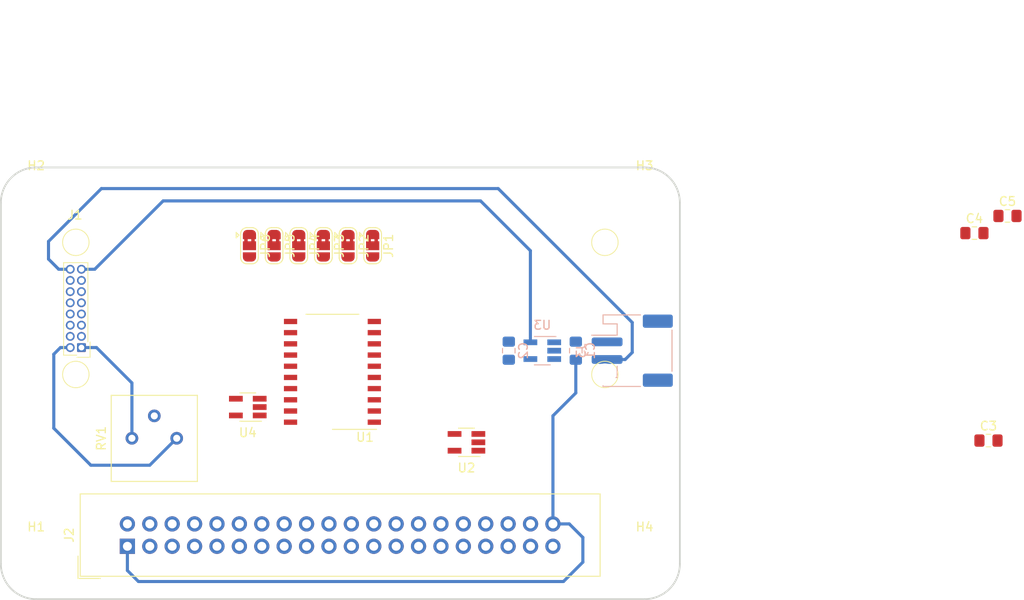
<source format=kicad_pcb>
(kicad_pcb (version 20171130) (host pcbnew 5.0.2-bee76a0~70~ubuntu18.04.1)

  (general
    (thickness 1.6)
    (drawings 10)
    (tracks 33)
    (zones 0)
    (modules 23)
    (nets 54)
  )

  (page A4)
  (layers
    (0 F.Cu signal)
    (31 B.Cu signal)
    (32 B.Adhes user)
    (33 F.Adhes user)
    (34 B.Paste user)
    (35 F.Paste user)
    (36 B.SilkS user)
    (37 F.SilkS user)
    (38 B.Mask user)
    (39 F.Mask user)
    (40 Dwgs.User user)
    (41 Cmts.User user)
    (42 Eco1.User user)
    (43 Eco2.User user)
    (44 Edge.Cuts user)
    (45 Margin user)
    (46 B.CrtYd user)
    (47 F.CrtYd user)
    (48 B.Fab user)
    (49 F.Fab user hide)
  )

  (setup
    (last_trace_width 0.35)
    (user_trace_width 0.35)
    (user_trace_width 0.5)
    (trace_clearance 0.2)
    (zone_clearance 0.508)
    (zone_45_only no)
    (trace_min 0.2)
    (segment_width 0.2)
    (edge_width 0.15)
    (via_size 0.8)
    (via_drill 0.4)
    (via_min_size 0.4)
    (via_min_drill 0.3)
    (user_via 1 0.5)
    (uvia_size 0.3)
    (uvia_drill 0.1)
    (uvias_allowed no)
    (uvia_min_size 0.2)
    (uvia_min_drill 0.1)
    (pcb_text_width 0.3)
    (pcb_text_size 1.5 1.5)
    (mod_edge_width 0.15)
    (mod_text_size 1 1)
    (mod_text_width 0.15)
    (pad_size 1.524 1.524)
    (pad_drill 0.762)
    (pad_to_mask_clearance 0.051)
    (solder_mask_min_width 0.25)
    (aux_axis_origin 0 0)
    (visible_elements FFFFF77F)
    (pcbplotparams
      (layerselection 0x010fc_ffffffff)
      (usegerberextensions false)
      (usegerberattributes false)
      (usegerberadvancedattributes false)
      (creategerberjobfile false)
      (excludeedgelayer true)
      (linewidth 0.100000)
      (plotframeref false)
      (viasonmask false)
      (mode 1)
      (useauxorigin false)
      (hpglpennumber 1)
      (hpglpenspeed 20)
      (hpglpendiameter 15.000000)
      (psnegative false)
      (psa4output false)
      (plotreference true)
      (plotvalue true)
      (plotinvisibletext false)
      (padsonsilk false)
      (subtractmaskfromsilk false)
      (outputformat 1)
      (mirror false)
      (drillshape 1)
      (scaleselection 1)
      (outputdirectory ""))
  )

  (net 0 "")
  (net 1 /~MEM_WE)
  (net 2 /~MEM_OE)
  (net 3 VCC)
  (net 4 "Net-(U3-Pad4)")
  (net 5 /V_IN)
  (net 6 GND)
  (net 7 /A6)
  (net 8 /A30)
  (net 9 /A31)
  (net 10 /B6)
  (net 11 /A5)
  (net 12 /B5)
  (net 13 /A4)
  (net 14 /B4)
  (net 15 /A3)
  (net 16 /B3)
  (net 17 /A2)
  (net 18 /B2)
  (net 19 /A1)
  (net 20 /B1)
  (net 21 /~LCD_E)
  (net 22 /A0)
  (net 23 /A7)
  (net 24 /A8)
  (net 25 /A9)
  (net 26 /A10)
  (net 27 /A11)
  (net 28 /A12)
  (net 29 /A13)
  (net 30 /A14)
  (net 31 /A15)
  (net 32 /A16)
  (net 33 /A17)
  (net 34 /A18)
  (net 35 /A19)
  (net 36 /A20)
  (net 37 /A21)
  (net 38 /A22)
  (net 39 /A23)
  (net 40 /~RESET)
  (net 41 /~WAIT)
  (net 42 /D0)
  (net 43 /D1)
  (net 44 /D2)
  (net 45 /D3)
  (net 46 /D4)
  (net 47 /D5)
  (net 48 /D6)
  (net 49 /D7)
  (net 50 "Net-(J1-Pad3)")
  (net 51 /~MEM_E)
  (net 52 /LCD_E)
  (net 53 "Net-(U4-Pad1)")

  (net_class Default "This is the default net class."
    (clearance 0.2)
    (trace_width 0.25)
    (via_dia 0.8)
    (via_drill 0.4)
    (uvia_dia 0.3)
    (uvia_drill 0.1)
    (add_net /A0)
    (add_net /A1)
    (add_net /A10)
    (add_net /A11)
    (add_net /A12)
    (add_net /A13)
    (add_net /A14)
    (add_net /A15)
    (add_net /A16)
    (add_net /A17)
    (add_net /A18)
    (add_net /A19)
    (add_net /A2)
    (add_net /A20)
    (add_net /A21)
    (add_net /A22)
    (add_net /A23)
    (add_net /A3)
    (add_net /A30)
    (add_net /A31)
    (add_net /A4)
    (add_net /A5)
    (add_net /A6)
    (add_net /A7)
    (add_net /A8)
    (add_net /A9)
    (add_net /B1)
    (add_net /B2)
    (add_net /B3)
    (add_net /B4)
    (add_net /B5)
    (add_net /B6)
    (add_net /D0)
    (add_net /D1)
    (add_net /D2)
    (add_net /D3)
    (add_net /D4)
    (add_net /D5)
    (add_net /D6)
    (add_net /D7)
    (add_net /LCD_E)
    (add_net /V_IN)
    (add_net /~LCD_E)
    (add_net /~MEM_E)
    (add_net /~MEM_OE)
    (add_net /~MEM_WE)
    (add_net /~RESET)
    (add_net /~WAIT)
    (add_net GND)
    (add_net "Net-(J1-Pad3)")
    (add_net "Net-(U3-Pad4)")
    (add_net "Net-(U4-Pad1)")
    (add_net VCC)
  )

  (module Package_TO_SOT_SMD:SOT-23-5_HandSoldering (layer F.Cu) (tedit 5A0AB76C) (tstamp 5F003455)
    (at 91 111.2 180)
    (descr "5-pin SOT23 package")
    (tags "SOT-23-5 hand-soldering")
    (path /5EFED4D5)
    (attr smd)
    (fp_text reference U4 (at 0 -2.9 180) (layer F.SilkS)
      (effects (font (size 1 1) (thickness 0.15)))
    )
    (fp_text value 74LVC1G04 (at 0 2.9 180) (layer F.Fab)
      (effects (font (size 1 1) (thickness 0.15)))
    )
    (fp_text user %R (at 0 0 270) (layer F.Fab)
      (effects (font (size 0.5 0.5) (thickness 0.075)))
    )
    (fp_line (start -0.9 1.61) (end 0.9 1.61) (layer F.SilkS) (width 0.12))
    (fp_line (start 0.9 -1.61) (end -1.55 -1.61) (layer F.SilkS) (width 0.12))
    (fp_line (start -0.9 -0.9) (end -0.25 -1.55) (layer F.Fab) (width 0.1))
    (fp_line (start 0.9 -1.55) (end -0.25 -1.55) (layer F.Fab) (width 0.1))
    (fp_line (start -0.9 -0.9) (end -0.9 1.55) (layer F.Fab) (width 0.1))
    (fp_line (start 0.9 1.55) (end -0.9 1.55) (layer F.Fab) (width 0.1))
    (fp_line (start 0.9 -1.55) (end 0.9 1.55) (layer F.Fab) (width 0.1))
    (fp_line (start -2.38 -1.8) (end 2.38 -1.8) (layer F.CrtYd) (width 0.05))
    (fp_line (start -2.38 -1.8) (end -2.38 1.8) (layer F.CrtYd) (width 0.05))
    (fp_line (start 2.38 1.8) (end 2.38 -1.8) (layer F.CrtYd) (width 0.05))
    (fp_line (start 2.38 1.8) (end -2.38 1.8) (layer F.CrtYd) (width 0.05))
    (pad 1 smd rect (at -1.35 -0.95 180) (size 1.56 0.65) (layers F.Cu F.Paste F.Mask)
      (net 53 "Net-(U4-Pad1)"))
    (pad 2 smd rect (at -1.35 0 180) (size 1.56 0.65) (layers F.Cu F.Paste F.Mask)
      (net 21 /~LCD_E))
    (pad 3 smd rect (at -1.35 0.95 180) (size 1.56 0.65) (layers F.Cu F.Paste F.Mask)
      (net 6 GND))
    (pad 4 smd rect (at 1.35 0.95 180) (size 1.56 0.65) (layers F.Cu F.Paste F.Mask)
      (net 52 /LCD_E))
    (pad 5 smd rect (at 1.35 -0.95 180) (size 1.56 0.65) (layers F.Cu F.Paste F.Mask)
      (net 3 VCC))
    (model ${KISYS3DMOD}/Package_TO_SOT_SMD.3dshapes/SOT-23-5.wrl
      (at (xyz 0 0 0))
      (scale (xyz 1 1 1))
      (rotate (xyz 0 0 0))
    )
  )

  (module Potentiometer_THT:Potentiometer_Bourns_3386P_Vertical (layer F.Cu) (tedit 5AA07388) (tstamp 5EFFA7F4)
    (at 82.94 114.74 90)
    (descr "Potentiometer, vertical, Bourns 3386P, https://www.bourns.com/pdfs/3386.pdf")
    (tags "Potentiometer vertical Bourns 3386P")
    (path /5EF97AB7)
    (fp_text reference RV1 (at -0.015 -8.555 90) (layer F.SilkS)
      (effects (font (size 1 1) (thickness 0.15)))
    )
    (fp_text value 10k (at -0.015 3.475 90) (layer F.Fab)
      (effects (font (size 1 1) (thickness 0.15)))
    )
    (fp_circle (center -0.891 -2.54) (end 0.684 -2.54) (layer F.Fab) (width 0.1))
    (fp_line (start -4.78 -7.305) (end -4.78 2.225) (layer F.Fab) (width 0.1))
    (fp_line (start -4.78 2.225) (end 4.75 2.225) (layer F.Fab) (width 0.1))
    (fp_line (start 4.75 2.225) (end 4.75 -7.305) (layer F.Fab) (width 0.1))
    (fp_line (start 4.75 -7.305) (end -4.78 -7.305) (layer F.Fab) (width 0.1))
    (fp_line (start -0.891 -0.98) (end -0.89 -4.099) (layer F.Fab) (width 0.1))
    (fp_line (start -0.891 -0.98) (end -0.89 -4.099) (layer F.Fab) (width 0.1))
    (fp_line (start -4.9 -7.425) (end 4.87 -7.425) (layer F.SilkS) (width 0.12))
    (fp_line (start -4.9 2.345) (end 4.87 2.345) (layer F.SilkS) (width 0.12))
    (fp_line (start -4.9 -7.425) (end -4.9 2.345) (layer F.SilkS) (width 0.12))
    (fp_line (start 4.87 -7.425) (end 4.87 2.345) (layer F.SilkS) (width 0.12))
    (fp_line (start -5.03 -7.56) (end -5.03 2.48) (layer F.CrtYd) (width 0.05))
    (fp_line (start -5.03 2.48) (end 5 2.48) (layer F.CrtYd) (width 0.05))
    (fp_line (start 5 2.48) (end 5 -7.56) (layer F.CrtYd) (width 0.05))
    (fp_line (start 5 -7.56) (end -5.03 -7.56) (layer F.CrtYd) (width 0.05))
    (fp_text user %R (at -3.78 -2.54 180) (layer F.Fab)
      (effects (font (size 1 1) (thickness 0.15)))
    )
    (pad 3 thru_hole circle (at 0 -5.08 90) (size 1.44 1.44) (drill 0.8) (layers *.Cu *.Mask)
      (net 6 GND))
    (pad 2 thru_hole circle (at 2.54 -2.54 90) (size 1.44 1.44) (drill 0.8) (layers *.Cu *.Mask)
      (net 50 "Net-(J1-Pad3)"))
    (pad 1 thru_hole circle (at 0 0 90) (size 1.44 1.44) (drill 0.8) (layers *.Cu *.Mask)
      (net 3 VCC))
    (model ${KISYS3DMOD}/Potentiometer_THT.3dshapes/Potentiometer_Bourns_3386P_Vertical.wrl
      (at (xyz 0 0 0))
      (scale (xyz 1 1 1))
      (rotate (xyz 0 0 0))
    )
    (model /home/olof/Documents/Projects/riscv-serial/hardware/Bournes-3386P.wrl
      (offset (xyz 0 5 0))
      (scale (xyz 0.393701 0.393701 0.393701))
      (rotate (xyz 0 0 -90))
    )
  )

  (module riscv-serial:SolderJumper-3_P1.3mm_Bridged2Bar12_RoundedPad1.0x1.5mm (layer F.Cu) (tedit 5B39197B) (tstamp 5EFE9008)
    (at 91.192 92.887 270)
    (descr "SMD Solder 3-pad Jumper, 1x1.5mm rounded Pads, 0.3mm gap, pads 1-2 Bridged2Bar with 2 copper strip")
    (tags "solder jumper open")
    (path /5EEF936D)
    (attr virtual)
    (fp_text reference JP6 (at 0 -1.8 270) (layer F.SilkS)
      (effects (font (size 1 1) (thickness 0.15)))
    )
    (fp_text value SolderJumper_3_Bridged12 (at 0 1.9 270) (layer F.Fab)
      (effects (font (size 1 1) (thickness 0.15)))
    )
    (fp_arc (start -1.35 -0.3) (end -1.35 -1) (angle -90) (layer F.SilkS) (width 0.12))
    (fp_arc (start -1.35 0.3) (end -2.05 0.3) (angle -90) (layer F.SilkS) (width 0.12))
    (fp_arc (start 1.35 0.3) (end 1.35 1) (angle -90) (layer F.SilkS) (width 0.12))
    (fp_arc (start 1.35 -0.3) (end 2.05 -0.3) (angle -90) (layer F.SilkS) (width 0.12))
    (fp_line (start 2.3 1.25) (end -2.3 1.25) (layer F.CrtYd) (width 0.05))
    (fp_line (start 2.3 1.25) (end 2.3 -1.25) (layer F.CrtYd) (width 0.05))
    (fp_line (start -2.3 -1.25) (end -2.3 1.25) (layer F.CrtYd) (width 0.05))
    (fp_line (start -2.3 -1.25) (end 2.3 -1.25) (layer F.CrtYd) (width 0.05))
    (fp_line (start -1.4 -1) (end 1.4 -1) (layer F.SilkS) (width 0.12))
    (fp_line (start 2.05 -0.3) (end 2.05 0.3) (layer F.SilkS) (width 0.12))
    (fp_line (start 1.4 1) (end -1.4 1) (layer F.SilkS) (width 0.12))
    (fp_line (start -2.05 0.3) (end -2.05 -0.3) (layer F.SilkS) (width 0.12))
    (fp_line (start -1.2 1.2) (end -1.5 1.5) (layer F.SilkS) (width 0.12))
    (fp_line (start -1.5 1.5) (end -0.9 1.5) (layer F.SilkS) (width 0.12))
    (fp_line (start -1.2 1.2) (end -0.9 1.5) (layer F.SilkS) (width 0.12))
    (pad 2 smd rect (at 0 0 270) (size 1 1.5) (layers F.Cu F.Mask)
      (net 10 /B6))
    (pad 3 smd custom (at 1.3 0 270) (size 1 0.5) (layers F.Cu F.Mask)
      (net 3 VCC) (zone_connect 0)
      (options (clearance outline) (anchor rect))
      (primitives
        (gr_circle (center 0 0.25) (end 0.5 0.25) (width 0))
        (gr_circle (center 0 -0.25) (end 0.5 -0.25) (width 0))
        (gr_poly (pts
           (xy -0.55 -0.75) (xy 0 -0.75) (xy 0 0.75) (xy -0.55 0.75)) (width 0))
      ))
    (pad 1 smd custom (at -1.3 0 270) (size 1 0.5) (layers F.Cu F.Mask)
      (net 6 GND) (zone_connect 0)
      (options (clearance outline) (anchor rect))
      (primitives
        (gr_circle (center 0 0.25) (end 0.5 0.25) (width 0))
        (gr_circle (center 0 -0.25) (end 0.5 -0.25) (width 0))
        (gr_poly (pts
           (xy 0.55 -0.75) (xy 0 -0.75) (xy 0 0.75) (xy 0.55 0.75)) (width 0))
        (gr_poly (pts
           (xy 0.4 -0.6) (xy 0.9 -0.6) (xy 0.9 -0.2) (xy 0.4 -0.2)) (width 0))
        (gr_poly (pts
           (xy 0.4 0.2) (xy 0.9 0.2) (xy 0.9 0.6) (xy 0.4 0.6)) (width 0))
      ))
  )

  (module riscv-serial:SolderJumper-3_P1.3mm_Bridged2Bar12_RoundedPad1.0x1.5mm (layer F.Cu) (tedit 5B39197B) (tstamp 5EFE8FF3)
    (at 96.78 92.887 270)
    (descr "SMD Solder 3-pad Jumper, 1x1.5mm rounded Pads, 0.3mm gap, pads 1-2 Bridged2Bar with 2 copper strip")
    (tags "solder jumper open")
    (path /5EEF045C)
    (attr virtual)
    (fp_text reference JP4 (at 0 -1.8 270) (layer F.SilkS)
      (effects (font (size 1 1) (thickness 0.15)))
    )
    (fp_text value SolderJumper_3_Bridged12 (at 0 1.9 270) (layer F.Fab)
      (effects (font (size 1 1) (thickness 0.15)))
    )
    (fp_line (start -1.2 1.2) (end -0.9 1.5) (layer F.SilkS) (width 0.12))
    (fp_line (start -1.5 1.5) (end -0.9 1.5) (layer F.SilkS) (width 0.12))
    (fp_line (start -1.2 1.2) (end -1.5 1.5) (layer F.SilkS) (width 0.12))
    (fp_line (start -2.05 0.3) (end -2.05 -0.3) (layer F.SilkS) (width 0.12))
    (fp_line (start 1.4 1) (end -1.4 1) (layer F.SilkS) (width 0.12))
    (fp_line (start 2.05 -0.3) (end 2.05 0.3) (layer F.SilkS) (width 0.12))
    (fp_line (start -1.4 -1) (end 1.4 -1) (layer F.SilkS) (width 0.12))
    (fp_line (start -2.3 -1.25) (end 2.3 -1.25) (layer F.CrtYd) (width 0.05))
    (fp_line (start -2.3 -1.25) (end -2.3 1.25) (layer F.CrtYd) (width 0.05))
    (fp_line (start 2.3 1.25) (end 2.3 -1.25) (layer F.CrtYd) (width 0.05))
    (fp_line (start 2.3 1.25) (end -2.3 1.25) (layer F.CrtYd) (width 0.05))
    (fp_arc (start 1.35 -0.3) (end 2.05 -0.3) (angle -90) (layer F.SilkS) (width 0.12))
    (fp_arc (start 1.35 0.3) (end 1.35 1) (angle -90) (layer F.SilkS) (width 0.12))
    (fp_arc (start -1.35 0.3) (end -2.05 0.3) (angle -90) (layer F.SilkS) (width 0.12))
    (fp_arc (start -1.35 -0.3) (end -1.35 -1) (angle -90) (layer F.SilkS) (width 0.12))
    (pad 1 smd custom (at -1.3 0 270) (size 1 0.5) (layers F.Cu F.Mask)
      (net 6 GND) (zone_connect 0)
      (options (clearance outline) (anchor rect))
      (primitives
        (gr_circle (center 0 0.25) (end 0.5 0.25) (width 0))
        (gr_circle (center 0 -0.25) (end 0.5 -0.25) (width 0))
        (gr_poly (pts
           (xy 0.55 -0.75) (xy 0 -0.75) (xy 0 0.75) (xy 0.55 0.75)) (width 0))
        (gr_poly (pts
           (xy 0.4 -0.6) (xy 0.9 -0.6) (xy 0.9 -0.2) (xy 0.4 -0.2)) (width 0))
        (gr_poly (pts
           (xy 0.4 0.2) (xy 0.9 0.2) (xy 0.9 0.6) (xy 0.4 0.6)) (width 0))
      ))
    (pad 3 smd custom (at 1.3 0 270) (size 1 0.5) (layers F.Cu F.Mask)
      (net 3 VCC) (zone_connect 0)
      (options (clearance outline) (anchor rect))
      (primitives
        (gr_circle (center 0 0.25) (end 0.5 0.25) (width 0))
        (gr_circle (center 0 -0.25) (end 0.5 -0.25) (width 0))
        (gr_poly (pts
           (xy -0.55 -0.75) (xy 0 -0.75) (xy 0 0.75) (xy -0.55 0.75)) (width 0))
      ))
    (pad 2 smd rect (at 0 0 270) (size 1 1.5) (layers F.Cu F.Mask)
      (net 14 /B4))
  )

  (module riscv-serial:SolderJumper-3_P1.3mm_Bridged2Bar12_RoundedPad1.0x1.5mm (layer F.Cu) (tedit 5B39197B) (tstamp 5EFE8FDE)
    (at 99.574 92.887 270)
    (descr "SMD Solder 3-pad Jumper, 1x1.5mm rounded Pads, 0.3mm gap, pads 1-2 Bridged2Bar with 2 copper strip")
    (tags "solder jumper open")
    (path /5EEEBEA2)
    (attr virtual)
    (fp_text reference JP3 (at 0 -1.8 270) (layer F.SilkS)
      (effects (font (size 1 1) (thickness 0.15)))
    )
    (fp_text value SolderJumper_3_Bridged12 (at 0 1.9 270) (layer F.Fab)
      (effects (font (size 1 1) (thickness 0.15)))
    )
    (fp_arc (start -1.35 -0.3) (end -1.35 -1) (angle -90) (layer F.SilkS) (width 0.12))
    (fp_arc (start -1.35 0.3) (end -2.05 0.3) (angle -90) (layer F.SilkS) (width 0.12))
    (fp_arc (start 1.35 0.3) (end 1.35 1) (angle -90) (layer F.SilkS) (width 0.12))
    (fp_arc (start 1.35 -0.3) (end 2.05 -0.3) (angle -90) (layer F.SilkS) (width 0.12))
    (fp_line (start 2.3 1.25) (end -2.3 1.25) (layer F.CrtYd) (width 0.05))
    (fp_line (start 2.3 1.25) (end 2.3 -1.25) (layer F.CrtYd) (width 0.05))
    (fp_line (start -2.3 -1.25) (end -2.3 1.25) (layer F.CrtYd) (width 0.05))
    (fp_line (start -2.3 -1.25) (end 2.3 -1.25) (layer F.CrtYd) (width 0.05))
    (fp_line (start -1.4 -1) (end 1.4 -1) (layer F.SilkS) (width 0.12))
    (fp_line (start 2.05 -0.3) (end 2.05 0.3) (layer F.SilkS) (width 0.12))
    (fp_line (start 1.4 1) (end -1.4 1) (layer F.SilkS) (width 0.12))
    (fp_line (start -2.05 0.3) (end -2.05 -0.3) (layer F.SilkS) (width 0.12))
    (fp_line (start -1.2 1.2) (end -1.5 1.5) (layer F.SilkS) (width 0.12))
    (fp_line (start -1.5 1.5) (end -0.9 1.5) (layer F.SilkS) (width 0.12))
    (fp_line (start -1.2 1.2) (end -0.9 1.5) (layer F.SilkS) (width 0.12))
    (pad 2 smd rect (at 0 0 270) (size 1 1.5) (layers F.Cu F.Mask)
      (net 16 /B3))
    (pad 3 smd custom (at 1.3 0 270) (size 1 0.5) (layers F.Cu F.Mask)
      (net 3 VCC) (zone_connect 0)
      (options (clearance outline) (anchor rect))
      (primitives
        (gr_circle (center 0 0.25) (end 0.5 0.25) (width 0))
        (gr_circle (center 0 -0.25) (end 0.5 -0.25) (width 0))
        (gr_poly (pts
           (xy -0.55 -0.75) (xy 0 -0.75) (xy 0 0.75) (xy -0.55 0.75)) (width 0))
      ))
    (pad 1 smd custom (at -1.3 0 270) (size 1 0.5) (layers F.Cu F.Mask)
      (net 6 GND) (zone_connect 0)
      (options (clearance outline) (anchor rect))
      (primitives
        (gr_circle (center 0 0.25) (end 0.5 0.25) (width 0))
        (gr_circle (center 0 -0.25) (end 0.5 -0.25) (width 0))
        (gr_poly (pts
           (xy 0.55 -0.75) (xy 0 -0.75) (xy 0 0.75) (xy 0.55 0.75)) (width 0))
        (gr_poly (pts
           (xy 0.4 -0.6) (xy 0.9 -0.6) (xy 0.9 -0.2) (xy 0.4 -0.2)) (width 0))
        (gr_poly (pts
           (xy 0.4 0.2) (xy 0.9 0.2) (xy 0.9 0.6) (xy 0.4 0.6)) (width 0))
      ))
  )

  (module riscv-serial:SolderJumper-3_P1.3mm_Bridged2Bar12_RoundedPad1.0x1.5mm (layer F.Cu) (tedit 5B39197B) (tstamp 5EFE8FC9)
    (at 102.368 92.887 270)
    (descr "SMD Solder 3-pad Jumper, 1x1.5mm rounded Pads, 0.3mm gap, pads 1-2 Bridged2Bar with 2 copper strip")
    (tags "solder jumper open")
    (path /5EEBEC35)
    (attr virtual)
    (fp_text reference JP2 (at 0 -1.8 270) (layer F.SilkS)
      (effects (font (size 1 1) (thickness 0.15)))
    )
    (fp_text value SolderJumper_3_Bridged12 (at 0 1.9 270) (layer F.Fab)
      (effects (font (size 1 1) (thickness 0.15)))
    )
    (fp_line (start -1.2 1.2) (end -0.9 1.5) (layer F.SilkS) (width 0.12))
    (fp_line (start -1.5 1.5) (end -0.9 1.5) (layer F.SilkS) (width 0.12))
    (fp_line (start -1.2 1.2) (end -1.5 1.5) (layer F.SilkS) (width 0.12))
    (fp_line (start -2.05 0.3) (end -2.05 -0.3) (layer F.SilkS) (width 0.12))
    (fp_line (start 1.4 1) (end -1.4 1) (layer F.SilkS) (width 0.12))
    (fp_line (start 2.05 -0.3) (end 2.05 0.3) (layer F.SilkS) (width 0.12))
    (fp_line (start -1.4 -1) (end 1.4 -1) (layer F.SilkS) (width 0.12))
    (fp_line (start -2.3 -1.25) (end 2.3 -1.25) (layer F.CrtYd) (width 0.05))
    (fp_line (start -2.3 -1.25) (end -2.3 1.25) (layer F.CrtYd) (width 0.05))
    (fp_line (start 2.3 1.25) (end 2.3 -1.25) (layer F.CrtYd) (width 0.05))
    (fp_line (start 2.3 1.25) (end -2.3 1.25) (layer F.CrtYd) (width 0.05))
    (fp_arc (start 1.35 -0.3) (end 2.05 -0.3) (angle -90) (layer F.SilkS) (width 0.12))
    (fp_arc (start 1.35 0.3) (end 1.35 1) (angle -90) (layer F.SilkS) (width 0.12))
    (fp_arc (start -1.35 0.3) (end -2.05 0.3) (angle -90) (layer F.SilkS) (width 0.12))
    (fp_arc (start -1.35 -0.3) (end -1.35 -1) (angle -90) (layer F.SilkS) (width 0.12))
    (pad 1 smd custom (at -1.3 0 270) (size 1 0.5) (layers F.Cu F.Mask)
      (net 6 GND) (zone_connect 0)
      (options (clearance outline) (anchor rect))
      (primitives
        (gr_circle (center 0 0.25) (end 0.5 0.25) (width 0))
        (gr_circle (center 0 -0.25) (end 0.5 -0.25) (width 0))
        (gr_poly (pts
           (xy 0.55 -0.75) (xy 0 -0.75) (xy 0 0.75) (xy 0.55 0.75)) (width 0))
        (gr_poly (pts
           (xy 0.4 -0.6) (xy 0.9 -0.6) (xy 0.9 -0.2) (xy 0.4 -0.2)) (width 0))
        (gr_poly (pts
           (xy 0.4 0.2) (xy 0.9 0.2) (xy 0.9 0.6) (xy 0.4 0.6)) (width 0))
      ))
    (pad 3 smd custom (at 1.3 0 270) (size 1 0.5) (layers F.Cu F.Mask)
      (net 3 VCC) (zone_connect 0)
      (options (clearance outline) (anchor rect))
      (primitives
        (gr_circle (center 0 0.25) (end 0.5 0.25) (width 0))
        (gr_circle (center 0 -0.25) (end 0.5 -0.25) (width 0))
        (gr_poly (pts
           (xy -0.55 -0.75) (xy 0 -0.75) (xy 0 0.75) (xy -0.55 0.75)) (width 0))
      ))
    (pad 2 smd rect (at 0 0 270) (size 1 1.5) (layers F.Cu F.Mask)
      (net 18 /B2))
  )

  (module riscv-serial:SolderJumper-3_P1.3mm_Bridged2Bar12_RoundedPad1.0x1.5mm (layer F.Cu) (tedit 5B39197B) (tstamp 5EFE8FB4)
    (at 105.162 92.887 270)
    (descr "SMD Solder 3-pad Jumper, 1x1.5mm rounded Pads, 0.3mm gap, pads 1-2 Bridged2Bar with 2 copper strip")
    (tags "solder jumper open")
    (path /5EEBE9DE)
    (attr virtual)
    (fp_text reference JP1 (at 0 -1.8 270) (layer F.SilkS)
      (effects (font (size 1 1) (thickness 0.15)))
    )
    (fp_text value SolderJumper_3_Bridged12 (at 0 1.9 270) (layer F.Fab)
      (effects (font (size 1 1) (thickness 0.15)))
    )
    (fp_arc (start -1.35 -0.3) (end -1.35 -1) (angle -90) (layer F.SilkS) (width 0.12))
    (fp_arc (start -1.35 0.3) (end -2.05 0.3) (angle -90) (layer F.SilkS) (width 0.12))
    (fp_arc (start 1.35 0.3) (end 1.35 1) (angle -90) (layer F.SilkS) (width 0.12))
    (fp_arc (start 1.35 -0.3) (end 2.05 -0.3) (angle -90) (layer F.SilkS) (width 0.12))
    (fp_line (start 2.3 1.25) (end -2.3 1.25) (layer F.CrtYd) (width 0.05))
    (fp_line (start 2.3 1.25) (end 2.3 -1.25) (layer F.CrtYd) (width 0.05))
    (fp_line (start -2.3 -1.25) (end -2.3 1.25) (layer F.CrtYd) (width 0.05))
    (fp_line (start -2.3 -1.25) (end 2.3 -1.25) (layer F.CrtYd) (width 0.05))
    (fp_line (start -1.4 -1) (end 1.4 -1) (layer F.SilkS) (width 0.12))
    (fp_line (start 2.05 -0.3) (end 2.05 0.3) (layer F.SilkS) (width 0.12))
    (fp_line (start 1.4 1) (end -1.4 1) (layer F.SilkS) (width 0.12))
    (fp_line (start -2.05 0.3) (end -2.05 -0.3) (layer F.SilkS) (width 0.12))
    (fp_line (start -1.2 1.2) (end -1.5 1.5) (layer F.SilkS) (width 0.12))
    (fp_line (start -1.5 1.5) (end -0.9 1.5) (layer F.SilkS) (width 0.12))
    (fp_line (start -1.2 1.2) (end -0.9 1.5) (layer F.SilkS) (width 0.12))
    (pad 2 smd rect (at 0 0 270) (size 1 1.5) (layers F.Cu F.Mask)
      (net 20 /B1))
    (pad 3 smd custom (at 1.3 0 270) (size 1 0.5) (layers F.Cu F.Mask)
      (net 3 VCC) (zone_connect 0)
      (options (clearance outline) (anchor rect))
      (primitives
        (gr_circle (center 0 0.25) (end 0.5 0.25) (width 0))
        (gr_circle (center 0 -0.25) (end 0.5 -0.25) (width 0))
        (gr_poly (pts
           (xy -0.55 -0.75) (xy 0 -0.75) (xy 0 0.75) (xy -0.55 0.75)) (width 0))
      ))
    (pad 1 smd custom (at -1.3 0 270) (size 1 0.5) (layers F.Cu F.Mask)
      (net 6 GND) (zone_connect 0)
      (options (clearance outline) (anchor rect))
      (primitives
        (gr_circle (center 0 0.25) (end 0.5 0.25) (width 0))
        (gr_circle (center 0 -0.25) (end 0.5 -0.25) (width 0))
        (gr_poly (pts
           (xy 0.55 -0.75) (xy 0 -0.75) (xy 0 0.75) (xy 0.55 0.75)) (width 0))
        (gr_poly (pts
           (xy 0.4 -0.6) (xy 0.9 -0.6) (xy 0.9 -0.2) (xy 0.4 -0.2)) (width 0))
        (gr_poly (pts
           (xy 0.4 0.2) (xy 0.9 0.2) (xy 0.9 0.6) (xy 0.4 0.6)) (width 0))
      ))
  )

  (module riscv-serial:SolderJumper-3_P1.3mm_Bridged2Bar12_RoundedPad1.0x1.5mm (layer F.Cu) (tedit 5B39197B) (tstamp 5EFE8F9F)
    (at 93.986 92.887 270)
    (descr "SMD Solder 3-pad Jumper, 1x1.5mm rounded Pads, 0.3mm gap, pads 1-2 Bridged2Bar with 2 copper strip")
    (tags "solder jumper open")
    (path /5EEF4B55)
    (attr virtual)
    (fp_text reference JP5 (at 0 -1.8 270) (layer F.SilkS)
      (effects (font (size 1 1) (thickness 0.15)))
    )
    (fp_text value SolderJumper_3_Bridged12 (at 0 1.9 270) (layer F.Fab)
      (effects (font (size 1 1) (thickness 0.15)))
    )
    (fp_line (start -1.2 1.2) (end -0.9 1.5) (layer F.SilkS) (width 0.12))
    (fp_line (start -1.5 1.5) (end -0.9 1.5) (layer F.SilkS) (width 0.12))
    (fp_line (start -1.2 1.2) (end -1.5 1.5) (layer F.SilkS) (width 0.12))
    (fp_line (start -2.05 0.3) (end -2.05 -0.3) (layer F.SilkS) (width 0.12))
    (fp_line (start 1.4 1) (end -1.4 1) (layer F.SilkS) (width 0.12))
    (fp_line (start 2.05 -0.3) (end 2.05 0.3) (layer F.SilkS) (width 0.12))
    (fp_line (start -1.4 -1) (end 1.4 -1) (layer F.SilkS) (width 0.12))
    (fp_line (start -2.3 -1.25) (end 2.3 -1.25) (layer F.CrtYd) (width 0.05))
    (fp_line (start -2.3 -1.25) (end -2.3 1.25) (layer F.CrtYd) (width 0.05))
    (fp_line (start 2.3 1.25) (end 2.3 -1.25) (layer F.CrtYd) (width 0.05))
    (fp_line (start 2.3 1.25) (end -2.3 1.25) (layer F.CrtYd) (width 0.05))
    (fp_arc (start 1.35 -0.3) (end 2.05 -0.3) (angle -90) (layer F.SilkS) (width 0.12))
    (fp_arc (start 1.35 0.3) (end 1.35 1) (angle -90) (layer F.SilkS) (width 0.12))
    (fp_arc (start -1.35 0.3) (end -2.05 0.3) (angle -90) (layer F.SilkS) (width 0.12))
    (fp_arc (start -1.35 -0.3) (end -1.35 -1) (angle -90) (layer F.SilkS) (width 0.12))
    (pad 1 smd custom (at -1.3 0 270) (size 1 0.5) (layers F.Cu F.Mask)
      (net 6 GND) (zone_connect 0)
      (options (clearance outline) (anchor rect))
      (primitives
        (gr_circle (center 0 0.25) (end 0.5 0.25) (width 0))
        (gr_circle (center 0 -0.25) (end 0.5 -0.25) (width 0))
        (gr_poly (pts
           (xy 0.55 -0.75) (xy 0 -0.75) (xy 0 0.75) (xy 0.55 0.75)) (width 0))
        (gr_poly (pts
           (xy 0.4 -0.6) (xy 0.9 -0.6) (xy 0.9 -0.2) (xy 0.4 -0.2)) (width 0))
        (gr_poly (pts
           (xy 0.4 0.2) (xy 0.9 0.2) (xy 0.9 0.6) (xy 0.4 0.6)) (width 0))
      ))
    (pad 3 smd custom (at 1.3 0 270) (size 1 0.5) (layers F.Cu F.Mask)
      (net 3 VCC) (zone_connect 0)
      (options (clearance outline) (anchor rect))
      (primitives
        (gr_circle (center 0 0.25) (end 0.5 0.25) (width 0))
        (gr_circle (center 0 -0.25) (end 0.5 -0.25) (width 0))
        (gr_poly (pts
           (xy -0.55 -0.75) (xy 0 -0.75) (xy 0 0.75) (xy -0.55 0.75)) (width 0))
      ))
    (pad 2 smd rect (at 0 0 270) (size 1 1.5) (layers F.Cu F.Mask)
      (net 12 /B5))
  )

  (module riscv-serial:NHD-0220FZ (layer F.Cu) (tedit 5EE6355D) (tstamp 5EFFABB5)
    (at 101.5 100)
    (path /5EE4A207)
    (fp_text reference J1 (at -30.1 -10.6) (layer F.SilkS)
      (effects (font (size 1 1) (thickness 0.15)))
    )
    (fp_text value NHD-0220FZ (at 0 0) (layer F.Fab)
      (effects (font (size 1 1) (thickness 0.15)))
    )
    (fp_line (start -32.5 -10) (end 32.5 -10) (layer F.Fab) (width 0.1))
    (fp_line (start 32.5 -10) (end 32.5 10) (layer F.Fab) (width 0.1))
    (fp_line (start 32.5 10) (end -32.5 10) (layer F.Fab) (width 0.1))
    (fp_line (start -32.5 10) (end -32.5 -10) (layer F.Fab) (width 0.1))
    (fp_line (start -24 -5) (end 24 -5) (layer F.Fab) (width 0.1))
    (fp_line (start 24 -5) (end 24 5) (layer F.Fab) (width 0.1))
    (fp_line (start 24 5) (end -24 5) (layer F.Fab) (width 0.1))
    (fp_line (start -24 5) (end -24 -5) (layer F.Fab) (width 0.1))
    (fp_circle (center 30 -7.5) (end 31.5 -7.5) (layer F.SilkS) (width 0.1))
    (fp_circle (center 30 7.5) (end 31.5 7.5) (layer F.SilkS) (width 0.1))
    (fp_circle (center -30 -7.5) (end -28.5 -7.5) (layer F.SilkS) (width 0.1))
    (fp_circle (center -30 7.5) (end -28.5 7.5) (layer F.SilkS) (width 0.1))
    (fp_line (start -32 -9.5) (end -28 -9.5) (layer B.CrtYd) (width 0.1))
    (fp_line (start -28 -9.5) (end -28 9.5) (layer B.CrtYd) (width 0.1))
    (fp_line (start -28 9.5) (end -32 9.5) (layer B.CrtYd) (width 0.1))
    (fp_line (start -32 9.5) (end -32 -9.5) (layer B.CrtYd) (width 0.1))
    (fp_line (start -31.385 -5.195) (end -28.635 -5.195) (layer F.SilkS) (width 0.1))
    (fp_line (start -28.635 -5.195) (end -28.635 3.805) (layer F.SilkS) (width 0.1))
    (fp_line (start -29.885 5.305) (end -31.385 5.305) (layer F.SilkS) (width 0.1))
    (fp_line (start -31.385 5.305) (end -31.385 -5.195) (layer F.SilkS) (width 0.1))
    (fp_line (start -29.885 5.555) (end -28.385 5.555) (layer F.SilkS) (width 0.1))
    (fp_line (start -28.385 5.555) (end -28.385 3.805) (layer F.SilkS) (width 0.1))
    (pad 1 thru_hole roundrect (at -29.365 4.445) (size 1 1) (drill 0.65) (layers *.Cu *.Mask) (roundrect_rratio 0.1)
      (net 6 GND))
    (pad 2 thru_hole circle (at -30.635 4.445) (size 1 1) (drill 0.65) (layers *.Cu *.Mask)
      (net 3 VCC))
    (pad 3 thru_hole circle (at -29.365 3.175) (size 1 1) (drill 0.65) (layers *.Cu *.Mask)
      (net 50 "Net-(J1-Pad3)"))
    (pad 4 thru_hole circle (at -30.635 3.175) (size 1 1) (drill 0.65) (layers *.Cu *.Mask)
      (net 22 /A0))
    (pad 5 thru_hole circle (at -29.365 1.905) (size 1 1) (drill 0.65) (layers *.Cu *.Mask)
      (net 1 /~MEM_WE))
    (pad 6 thru_hole circle (at -30.635 1.905) (size 1 1) (drill 0.65) (layers *.Cu *.Mask)
      (net 52 /LCD_E))
    (pad 7 thru_hole circle (at -29.365 0.635) (size 1 1) (drill 0.65) (layers *.Cu *.Mask)
      (net 49 /D7))
    (pad 8 thru_hole circle (at -30.635 0.635) (size 1 1) (drill 0.65) (layers *.Cu *.Mask)
      (net 48 /D6))
    (pad 9 thru_hole circle (at -29.365 -0.635) (size 1 1) (drill 0.65) (layers *.Cu *.Mask)
      (net 47 /D5))
    (pad 10 thru_hole circle (at -30.635 -0.635) (size 1 1) (drill 0.65) (layers *.Cu *.Mask)
      (net 46 /D4))
    (pad 11 thru_hole circle (at -29.365 -1.905) (size 1 1) (drill 0.65) (layers *.Cu *.Mask)
      (net 45 /D3))
    (pad 12 thru_hole circle (at -30.635 -1.905) (size 1 1) (drill 0.65) (layers *.Cu *.Mask)
      (net 44 /D2))
    (pad 13 thru_hole circle (at -29.365 -3.175) (size 1 1) (drill 0.65) (layers *.Cu *.Mask)
      (net 43 /D1))
    (pad 14 thru_hole circle (at -30.635 -3.175) (size 1 1) (drill 0.65) (layers *.Cu *.Mask)
      (net 42 /D0))
    (pad 15 thru_hole circle (at -29.365 -4.445) (size 1 1) (drill 0.65) (layers *.Cu *.Mask)
      (net 3 VCC))
    (pad 16 thru_hole circle (at -30.635 -4.445) (size 1 1) (drill 0.65) (layers *.Cu *.Mask)
      (net 6 GND))
    (pad "" np_thru_hole circle (at -30 -7.5) (size 2.5 2.5) (drill 2.5) (layers *.Cu *.Mask))
    (pad "" np_thru_hole circle (at -30 7.5) (size 2.5 2.5) (drill 2.5) (layers *.Cu *.Mask))
    (pad "" np_thru_hole circle (at 30 7.5) (size 2.5 2.5) (drill 2.5) (layers *.Cu *.Mask))
    (pad "" np_thru_hole circle (at 30 -7.5) (size 2.5 2.5) (drill 2.5) (layers *.Cu *.Mask))
    (model /home/olof/Documents/Projects/riscv-serial/hardware/NHD-0220FZ-FSW-GBW-P.step
      (offset (xyz 0 0 5.94))
      (scale (xyz 1 1 1))
      (rotate (xyz 0 0 0))
    )
  )

  (module Capacitor_SMD:C_0805_2012Metric_Pad1.15x1.40mm_HandSolder (layer B.Cu) (tedit 5B36C52B) (tstamp 5EF28EC0)
    (at 120.6 104.8 90)
    (descr "Capacitor SMD 0805 (2012 Metric), square (rectangular) end terminal, IPC_7351 nominal with elongated pad for handsoldering. (Body size source: https://docs.google.com/spreadsheets/d/1BsfQQcO9C6DZCsRaXUlFlo91Tg2WpOkGARC1WS5S8t0/edit?usp=sharing), generated with kicad-footprint-generator")
    (tags "capacitor handsolder")
    (path /5EE55C75)
    (attr smd)
    (fp_text reference C2 (at 0 1.65 90) (layer B.SilkS)
      (effects (font (size 1 1) (thickness 0.15)) (justify mirror))
    )
    (fp_text value 1u (at 0 -1.65 90) (layer B.Fab)
      (effects (font (size 1 1) (thickness 0.15)) (justify mirror))
    )
    (fp_line (start -1 -0.6) (end -1 0.6) (layer B.Fab) (width 0.1))
    (fp_line (start -1 0.6) (end 1 0.6) (layer B.Fab) (width 0.1))
    (fp_line (start 1 0.6) (end 1 -0.6) (layer B.Fab) (width 0.1))
    (fp_line (start 1 -0.6) (end -1 -0.6) (layer B.Fab) (width 0.1))
    (fp_line (start -0.261252 0.71) (end 0.261252 0.71) (layer B.SilkS) (width 0.12))
    (fp_line (start -0.261252 -0.71) (end 0.261252 -0.71) (layer B.SilkS) (width 0.12))
    (fp_line (start -1.85 -0.95) (end -1.85 0.95) (layer B.CrtYd) (width 0.05))
    (fp_line (start -1.85 0.95) (end 1.85 0.95) (layer B.CrtYd) (width 0.05))
    (fp_line (start 1.85 0.95) (end 1.85 -0.95) (layer B.CrtYd) (width 0.05))
    (fp_line (start 1.85 -0.95) (end -1.85 -0.95) (layer B.CrtYd) (width 0.05))
    (fp_text user %R (at 0 0 90) (layer B.Fab)
      (effects (font (size 0.5 0.5) (thickness 0.08)) (justify mirror))
    )
    (pad 1 smd roundrect (at -1.025 0 90) (size 1.15 1.4) (layers B.Cu B.Paste B.Mask) (roundrect_rratio 0.217391)
      (net 6 GND))
    (pad 2 smd roundrect (at 1.025 0 90) (size 1.15 1.4) (layers B.Cu B.Paste B.Mask) (roundrect_rratio 0.217391)
      (net 3 VCC))
    (model ${KISYS3DMOD}/Capacitor_SMD.3dshapes/C_0805_2012Metric.wrl
      (at (xyz 0 0 0))
      (scale (xyz 1 1 1))
      (rotate (xyz 0 0 0))
    )
  )

  (module Capacitor_SMD:C_0805_2012Metric_Pad1.15x1.40mm_HandSolder (layer F.Cu) (tedit 5B36C52B) (tstamp 5EF28EAF)
    (at 175 115)
    (descr "Capacitor SMD 0805 (2012 Metric), square (rectangular) end terminal, IPC_7351 nominal with elongated pad for handsoldering. (Body size source: https://docs.google.com/spreadsheets/d/1BsfQQcO9C6DZCsRaXUlFlo91Tg2WpOkGARC1WS5S8t0/edit?usp=sharing), generated with kicad-footprint-generator")
    (tags "capacitor handsolder")
    (path /5EE67493)
    (attr smd)
    (fp_text reference C3 (at 0 -1.65) (layer F.SilkS)
      (effects (font (size 1 1) (thickness 0.15)))
    )
    (fp_text value 100n (at 0 1.65) (layer F.Fab)
      (effects (font (size 1 1) (thickness 0.15)))
    )
    (fp_text user %R (at 0 0) (layer F.Fab)
      (effects (font (size 0.5 0.5) (thickness 0.08)))
    )
    (fp_line (start 1.85 0.95) (end -1.85 0.95) (layer F.CrtYd) (width 0.05))
    (fp_line (start 1.85 -0.95) (end 1.85 0.95) (layer F.CrtYd) (width 0.05))
    (fp_line (start -1.85 -0.95) (end 1.85 -0.95) (layer F.CrtYd) (width 0.05))
    (fp_line (start -1.85 0.95) (end -1.85 -0.95) (layer F.CrtYd) (width 0.05))
    (fp_line (start -0.261252 0.71) (end 0.261252 0.71) (layer F.SilkS) (width 0.12))
    (fp_line (start -0.261252 -0.71) (end 0.261252 -0.71) (layer F.SilkS) (width 0.12))
    (fp_line (start 1 0.6) (end -1 0.6) (layer F.Fab) (width 0.1))
    (fp_line (start 1 -0.6) (end 1 0.6) (layer F.Fab) (width 0.1))
    (fp_line (start -1 -0.6) (end 1 -0.6) (layer F.Fab) (width 0.1))
    (fp_line (start -1 0.6) (end -1 -0.6) (layer F.Fab) (width 0.1))
    (pad 2 smd roundrect (at 1.025 0) (size 1.15 1.4) (layers F.Cu F.Paste F.Mask) (roundrect_rratio 0.217391)
      (net 3 VCC))
    (pad 1 smd roundrect (at -1.025 0) (size 1.15 1.4) (layers F.Cu F.Paste F.Mask) (roundrect_rratio 0.217391)
      (net 6 GND))
    (model ${KISYS3DMOD}/Capacitor_SMD.3dshapes/C_0805_2012Metric.wrl
      (at (xyz 0 0 0))
      (scale (xyz 1 1 1))
      (rotate (xyz 0 0 0))
    )
  )

  (module Capacitor_SMD:C_0805_2012Metric_Pad1.15x1.40mm_HandSolder (layer F.Cu) (tedit 5B36C52B) (tstamp 5EF28E9E)
    (at 173.405001 91.455001)
    (descr "Capacitor SMD 0805 (2012 Metric), square (rectangular) end terminal, IPC_7351 nominal with elongated pad for handsoldering. (Body size source: https://docs.google.com/spreadsheets/d/1BsfQQcO9C6DZCsRaXUlFlo91Tg2WpOkGARC1WS5S8t0/edit?usp=sharing), generated with kicad-footprint-generator")
    (tags "capacitor handsolder")
    (path /5EE6AB36)
    (attr smd)
    (fp_text reference C4 (at 0 -1.65) (layer F.SilkS)
      (effects (font (size 1 1) (thickness 0.15)))
    )
    (fp_text value 100n (at 0 1.65) (layer F.Fab)
      (effects (font (size 1 1) (thickness 0.15)))
    )
    (fp_line (start -1 0.6) (end -1 -0.6) (layer F.Fab) (width 0.1))
    (fp_line (start -1 -0.6) (end 1 -0.6) (layer F.Fab) (width 0.1))
    (fp_line (start 1 -0.6) (end 1 0.6) (layer F.Fab) (width 0.1))
    (fp_line (start 1 0.6) (end -1 0.6) (layer F.Fab) (width 0.1))
    (fp_line (start -0.261252 -0.71) (end 0.261252 -0.71) (layer F.SilkS) (width 0.12))
    (fp_line (start -0.261252 0.71) (end 0.261252 0.71) (layer F.SilkS) (width 0.12))
    (fp_line (start -1.85 0.95) (end -1.85 -0.95) (layer F.CrtYd) (width 0.05))
    (fp_line (start -1.85 -0.95) (end 1.85 -0.95) (layer F.CrtYd) (width 0.05))
    (fp_line (start 1.85 -0.95) (end 1.85 0.95) (layer F.CrtYd) (width 0.05))
    (fp_line (start 1.85 0.95) (end -1.85 0.95) (layer F.CrtYd) (width 0.05))
    (fp_text user %R (at 0 0) (layer F.Fab)
      (effects (font (size 0.5 0.5) (thickness 0.08)))
    )
    (pad 1 smd roundrect (at -1.025 0) (size 1.15 1.4) (layers F.Cu F.Paste F.Mask) (roundrect_rratio 0.217391)
      (net 6 GND))
    (pad 2 smd roundrect (at 1.025 0) (size 1.15 1.4) (layers F.Cu F.Paste F.Mask) (roundrect_rratio 0.217391)
      (net 3 VCC))
    (model ${KISYS3DMOD}/Capacitor_SMD.3dshapes/C_0805_2012Metric.wrl
      (at (xyz 0 0 0))
      (scale (xyz 1 1 1))
      (rotate (xyz 0 0 0))
    )
  )

  (module Capacitor_SMD:C_0805_2012Metric_Pad1.15x1.40mm_HandSolder (layer F.Cu) (tedit 5B36C52B) (tstamp 5EF28E8D)
    (at 177.155001 89.505001)
    (descr "Capacitor SMD 0805 (2012 Metric), square (rectangular) end terminal, IPC_7351 nominal with elongated pad for handsoldering. (Body size source: https://docs.google.com/spreadsheets/d/1BsfQQcO9C6DZCsRaXUlFlo91Tg2WpOkGARC1WS5S8t0/edit?usp=sharing), generated with kicad-footprint-generator")
    (tags "capacitor handsolder")
    (path /5EE70137)
    (attr smd)
    (fp_text reference C5 (at 0 -1.65) (layer F.SilkS)
      (effects (font (size 1 1) (thickness 0.15)))
    )
    (fp_text value 100n (at 0 1.65) (layer F.Fab)
      (effects (font (size 1 1) (thickness 0.15)))
    )
    (fp_text user %R (at 0 0) (layer F.Fab)
      (effects (font (size 0.5 0.5) (thickness 0.08)))
    )
    (fp_line (start 1.85 0.95) (end -1.85 0.95) (layer F.CrtYd) (width 0.05))
    (fp_line (start 1.85 -0.95) (end 1.85 0.95) (layer F.CrtYd) (width 0.05))
    (fp_line (start -1.85 -0.95) (end 1.85 -0.95) (layer F.CrtYd) (width 0.05))
    (fp_line (start -1.85 0.95) (end -1.85 -0.95) (layer F.CrtYd) (width 0.05))
    (fp_line (start -0.261252 0.71) (end 0.261252 0.71) (layer F.SilkS) (width 0.12))
    (fp_line (start -0.261252 -0.71) (end 0.261252 -0.71) (layer F.SilkS) (width 0.12))
    (fp_line (start 1 0.6) (end -1 0.6) (layer F.Fab) (width 0.1))
    (fp_line (start 1 -0.6) (end 1 0.6) (layer F.Fab) (width 0.1))
    (fp_line (start -1 -0.6) (end 1 -0.6) (layer F.Fab) (width 0.1))
    (fp_line (start -1 0.6) (end -1 -0.6) (layer F.Fab) (width 0.1))
    (pad 2 smd roundrect (at 1.025 0) (size 1.15 1.4) (layers F.Cu F.Paste F.Mask) (roundrect_rratio 0.217391)
      (net 3 VCC))
    (pad 1 smd roundrect (at -1.025 0) (size 1.15 1.4) (layers F.Cu F.Paste F.Mask) (roundrect_rratio 0.217391)
      (net 6 GND))
    (model ${KISYS3DMOD}/Capacitor_SMD.3dshapes/C_0805_2012Metric.wrl
      (at (xyz 0 0 0))
      (scale (xyz 1 1 1))
      (rotate (xyz 0 0 0))
    )
  )

  (module Capacitor_SMD:C_0805_2012Metric_Pad1.15x1.40mm_HandSolder (layer B.Cu) (tedit 5B36C52B) (tstamp 5EF28E7C)
    (at 128.2 104.8 90)
    (descr "Capacitor SMD 0805 (2012 Metric), square (rectangular) end terminal, IPC_7351 nominal with elongated pad for handsoldering. (Body size source: https://docs.google.com/spreadsheets/d/1BsfQQcO9C6DZCsRaXUlFlo91Tg2WpOkGARC1WS5S8t0/edit?usp=sharing), generated with kicad-footprint-generator")
    (tags "capacitor handsolder")
    (path /5EE55C69)
    (attr smd)
    (fp_text reference C1 (at 0 1.65 90) (layer B.SilkS)
      (effects (font (size 1 1) (thickness 0.15)) (justify mirror))
    )
    (fp_text value 1u (at 0 -1.65 90) (layer B.Fab)
      (effects (font (size 1 1) (thickness 0.15)) (justify mirror))
    )
    (fp_line (start -1 -0.6) (end -1 0.6) (layer B.Fab) (width 0.1))
    (fp_line (start -1 0.6) (end 1 0.6) (layer B.Fab) (width 0.1))
    (fp_line (start 1 0.6) (end 1 -0.6) (layer B.Fab) (width 0.1))
    (fp_line (start 1 -0.6) (end -1 -0.6) (layer B.Fab) (width 0.1))
    (fp_line (start -0.261252 0.71) (end 0.261252 0.71) (layer B.SilkS) (width 0.12))
    (fp_line (start -0.261252 -0.71) (end 0.261252 -0.71) (layer B.SilkS) (width 0.12))
    (fp_line (start -1.85 -0.95) (end -1.85 0.95) (layer B.CrtYd) (width 0.05))
    (fp_line (start -1.85 0.95) (end 1.85 0.95) (layer B.CrtYd) (width 0.05))
    (fp_line (start 1.85 0.95) (end 1.85 -0.95) (layer B.CrtYd) (width 0.05))
    (fp_line (start 1.85 -0.95) (end -1.85 -0.95) (layer B.CrtYd) (width 0.05))
    (fp_text user %R (at 0 0 90) (layer B.Fab)
      (effects (font (size 0.5 0.5) (thickness 0.08)) (justify mirror))
    )
    (pad 1 smd roundrect (at -1.025 0 90) (size 1.15 1.4) (layers B.Cu B.Paste B.Mask) (roundrect_rratio 0.217391)
      (net 6 GND))
    (pad 2 smd roundrect (at 1.025 0 90) (size 1.15 1.4) (layers B.Cu B.Paste B.Mask) (roundrect_rratio 0.217391)
      (net 5 /V_IN))
    (model ${KISYS3DMOD}/Capacitor_SMD.3dshapes/C_0805_2012Metric.wrl
      (at (xyz 0 0 0))
      (scale (xyz 1 1 1))
      (rotate (xyz 0 0 0))
    )
  )

  (module Connector_IDC:IDC-Header_2x20_P2.54mm_Vertical (layer F.Cu) (tedit 59DE12BE) (tstamp 5EF28E6B)
    (at 77.3475 127 90)
    (descr "Through hole straight IDC box header, 2x20, 2.54mm pitch, double rows")
    (tags "Through hole IDC box header THT 2x20 2.54mm double row")
    (path /5EE549F3)
    (fp_text reference J2 (at 1.27 -6.604 90) (layer F.SilkS)
      (effects (font (size 1 1) (thickness 0.15)))
    )
    (fp_text value Conn_Mem_Ext (at 1.27 54.864 90) (layer F.Fab)
      (effects (font (size 1 1) (thickness 0.15)))
    )
    (fp_text user %R (at 1.27 24.13 90) (layer F.Fab)
      (effects (font (size 1 1) (thickness 0.15)))
    )
    (fp_line (start 5.695 -5.1) (end 5.695 53.36) (layer F.Fab) (width 0.1))
    (fp_line (start 5.145 -4.56) (end 5.145 52.8) (layer F.Fab) (width 0.1))
    (fp_line (start -3.155 -5.1) (end -3.155 53.36) (layer F.Fab) (width 0.1))
    (fp_line (start -2.605 -4.56) (end -2.605 21.88) (layer F.Fab) (width 0.1))
    (fp_line (start -2.605 26.38) (end -2.605 52.8) (layer F.Fab) (width 0.1))
    (fp_line (start -2.605 21.88) (end -3.155 21.88) (layer F.Fab) (width 0.1))
    (fp_line (start -2.605 26.38) (end -3.155 26.38) (layer F.Fab) (width 0.1))
    (fp_line (start 5.695 -5.1) (end -3.155 -5.1) (layer F.Fab) (width 0.1))
    (fp_line (start 5.145 -4.56) (end -2.605 -4.56) (layer F.Fab) (width 0.1))
    (fp_line (start 5.695 53.36) (end -3.155 53.36) (layer F.Fab) (width 0.1))
    (fp_line (start 5.145 52.8) (end -2.605 52.8) (layer F.Fab) (width 0.1))
    (fp_line (start 5.695 -5.1) (end 5.145 -4.56) (layer F.Fab) (width 0.1))
    (fp_line (start 5.695 53.36) (end 5.145 52.8) (layer F.Fab) (width 0.1))
    (fp_line (start -3.155 -5.1) (end -2.605 -4.56) (layer F.Fab) (width 0.1))
    (fp_line (start -3.155 53.36) (end -2.605 52.8) (layer F.Fab) (width 0.1))
    (fp_line (start 5.95 -5.35) (end 5.95 53.61) (layer F.CrtYd) (width 0.05))
    (fp_line (start 5.95 53.61) (end -3.41 53.61) (layer F.CrtYd) (width 0.05))
    (fp_line (start -3.41 53.61) (end -3.41 -5.35) (layer F.CrtYd) (width 0.05))
    (fp_line (start -3.41 -5.35) (end 5.95 -5.35) (layer F.CrtYd) (width 0.05))
    (fp_line (start 5.945 -5.35) (end 5.945 53.61) (layer F.SilkS) (width 0.12))
    (fp_line (start 5.945 53.61) (end -3.405 53.61) (layer F.SilkS) (width 0.12))
    (fp_line (start -3.405 53.61) (end -3.405 -5.35) (layer F.SilkS) (width 0.12))
    (fp_line (start -3.405 -5.35) (end 5.945 -5.35) (layer F.SilkS) (width 0.12))
    (fp_line (start -3.655 -5.6) (end -3.655 -3.06) (layer F.SilkS) (width 0.12))
    (fp_line (start -3.655 -5.6) (end -1.115 -5.6) (layer F.SilkS) (width 0.12))
    (pad 1 thru_hole rect (at 0 0 90) (size 1.7272 1.7272) (drill 1.016) (layers *.Cu *.Mask)
      (net 6 GND))
    (pad 2 thru_hole oval (at 2.54 0 90) (size 1.7272 1.7272) (drill 1.016) (layers *.Cu *.Mask)
      (net 22 /A0))
    (pad 3 thru_hole oval (at 0 2.54 90) (size 1.7272 1.7272) (drill 1.016) (layers *.Cu *.Mask)
      (net 19 /A1))
    (pad 4 thru_hole oval (at 2.54 2.54 90) (size 1.7272 1.7272) (drill 1.016) (layers *.Cu *.Mask)
      (net 17 /A2))
    (pad 5 thru_hole oval (at 0 5.08 90) (size 1.7272 1.7272) (drill 1.016) (layers *.Cu *.Mask)
      (net 15 /A3))
    (pad 6 thru_hole oval (at 2.54 5.08 90) (size 1.7272 1.7272) (drill 1.016) (layers *.Cu *.Mask)
      (net 13 /A4))
    (pad 7 thru_hole oval (at 0 7.62 90) (size 1.7272 1.7272) (drill 1.016) (layers *.Cu *.Mask)
      (net 11 /A5))
    (pad 8 thru_hole oval (at 2.54 7.62 90) (size 1.7272 1.7272) (drill 1.016) (layers *.Cu *.Mask)
      (net 7 /A6))
    (pad 9 thru_hole oval (at 0 10.16 90) (size 1.7272 1.7272) (drill 1.016) (layers *.Cu *.Mask)
      (net 23 /A7))
    (pad 10 thru_hole oval (at 2.54 10.16 90) (size 1.7272 1.7272) (drill 1.016) (layers *.Cu *.Mask)
      (net 24 /A8))
    (pad 11 thru_hole oval (at 0 12.7 90) (size 1.7272 1.7272) (drill 1.016) (layers *.Cu *.Mask)
      (net 25 /A9))
    (pad 12 thru_hole oval (at 2.54 12.7 90) (size 1.7272 1.7272) (drill 1.016) (layers *.Cu *.Mask)
      (net 26 /A10))
    (pad 13 thru_hole oval (at 0 15.24 90) (size 1.7272 1.7272) (drill 1.016) (layers *.Cu *.Mask)
      (net 27 /A11))
    (pad 14 thru_hole oval (at 2.54 15.24 90) (size 1.7272 1.7272) (drill 1.016) (layers *.Cu *.Mask)
      (net 28 /A12))
    (pad 15 thru_hole oval (at 0 17.78 90) (size 1.7272 1.7272) (drill 1.016) (layers *.Cu *.Mask)
      (net 29 /A13))
    (pad 16 thru_hole oval (at 2.54 17.78 90) (size 1.7272 1.7272) (drill 1.016) (layers *.Cu *.Mask)
      (net 30 /A14))
    (pad 17 thru_hole oval (at 0 20.32 90) (size 1.7272 1.7272) (drill 1.016) (layers *.Cu *.Mask)
      (net 31 /A15))
    (pad 18 thru_hole oval (at 2.54 20.32 90) (size 1.7272 1.7272) (drill 1.016) (layers *.Cu *.Mask)
      (net 32 /A16))
    (pad 19 thru_hole oval (at 0 22.86 90) (size 1.7272 1.7272) (drill 1.016) (layers *.Cu *.Mask)
      (net 33 /A17))
    (pad 20 thru_hole oval (at 2.54 22.86 90) (size 1.7272 1.7272) (drill 1.016) (layers *.Cu *.Mask)
      (net 34 /A18))
    (pad 21 thru_hole oval (at 0 25.4 90) (size 1.7272 1.7272) (drill 1.016) (layers *.Cu *.Mask)
      (net 35 /A19))
    (pad 22 thru_hole oval (at 2.54 25.4 90) (size 1.7272 1.7272) (drill 1.016) (layers *.Cu *.Mask)
      (net 36 /A20))
    (pad 23 thru_hole oval (at 0 27.94 90) (size 1.7272 1.7272) (drill 1.016) (layers *.Cu *.Mask)
      (net 37 /A21))
    (pad 24 thru_hole oval (at 2.54 27.94 90) (size 1.7272 1.7272) (drill 1.016) (layers *.Cu *.Mask)
      (net 38 /A22))
    (pad 25 thru_hole oval (at 0 30.48 90) (size 1.7272 1.7272) (drill 1.016) (layers *.Cu *.Mask)
      (net 39 /A23))
    (pad 26 thru_hole oval (at 2.54 30.48 90) (size 1.7272 1.7272) (drill 1.016) (layers *.Cu *.Mask)
      (net 8 /A30))
    (pad 27 thru_hole oval (at 0 33.02 90) (size 1.7272 1.7272) (drill 1.016) (layers *.Cu *.Mask)
      (net 9 /A31))
    (pad 28 thru_hole oval (at 2.54 33.02 90) (size 1.7272 1.7272) (drill 1.016) (layers *.Cu *.Mask)
      (net 40 /~RESET))
    (pad 29 thru_hole oval (at 0 35.56 90) (size 1.7272 1.7272) (drill 1.016) (layers *.Cu *.Mask)
      (net 41 /~WAIT))
    (pad 30 thru_hole oval (at 2.54 35.56 90) (size 1.7272 1.7272) (drill 1.016) (layers *.Cu *.Mask)
      (net 2 /~MEM_OE))
    (pad 31 thru_hole oval (at 0 38.1 90) (size 1.7272 1.7272) (drill 1.016) (layers *.Cu *.Mask)
      (net 1 /~MEM_WE))
    (pad 32 thru_hole oval (at 2.54 38.1 90) (size 1.7272 1.7272) (drill 1.016) (layers *.Cu *.Mask)
      (net 42 /D0))
    (pad 33 thru_hole oval (at 0 40.64 90) (size 1.7272 1.7272) (drill 1.016) (layers *.Cu *.Mask)
      (net 43 /D1))
    (pad 34 thru_hole oval (at 2.54 40.64 90) (size 1.7272 1.7272) (drill 1.016) (layers *.Cu *.Mask)
      (net 44 /D2))
    (pad 35 thru_hole oval (at 0 43.18 90) (size 1.7272 1.7272) (drill 1.016) (layers *.Cu *.Mask)
      (net 45 /D3))
    (pad 36 thru_hole oval (at 2.54 43.18 90) (size 1.7272 1.7272) (drill 1.016) (layers *.Cu *.Mask)
      (net 46 /D4))
    (pad 37 thru_hole oval (at 0 45.72 90) (size 1.7272 1.7272) (drill 1.016) (layers *.Cu *.Mask)
      (net 47 /D5))
    (pad 38 thru_hole oval (at 2.54 45.72 90) (size 1.7272 1.7272) (drill 1.016) (layers *.Cu *.Mask)
      (net 48 /D6))
    (pad 39 thru_hole oval (at 0 48.26 90) (size 1.7272 1.7272) (drill 1.016) (layers *.Cu *.Mask)
      (net 49 /D7))
    (pad 40 thru_hole oval (at 2.54 48.26 90) (size 1.7272 1.7272) (drill 1.016) (layers *.Cu *.Mask)
      (net 6 GND))
    (model ${KISYS3DMOD}/Connector_IDC.3dshapes/IDC-Header_2x20_P2.54mm_Vertical.wrl
      (at (xyz 0 0 0))
      (scale (xyz 1 1 1))
      (rotate (xyz 0 0 0))
    )
  )

  (module Connector_JST:JST_PH_S2B-PH-SM4-TB_1x02-1MP_P2.00mm_Horizontal (layer B.Cu) (tedit 5B78AD87) (tstamp 5EF28E25)
    (at 134.6 104.8 270)
    (descr "JST PH series connector, S2B-PH-SM4-TB (http://www.jst-mfg.com/product/pdf/eng/ePH.pdf), generated with kicad-footprint-generator")
    (tags "connector JST PH top entry")
    (path /5EE55C3C)
    (attr smd)
    (fp_text reference J3 (at 0 5.8 270) (layer B.SilkS)
      (effects (font (size 1 1) (thickness 0.15)) (justify mirror))
    )
    (fp_text value Conn_Power (at 0 -5.8 270) (layer B.Fab)
      (effects (font (size 1 1) (thickness 0.15)) (justify mirror))
    )
    (fp_line (start -3.95 3.2) (end -3.15 3.2) (layer B.Fab) (width 0.1))
    (fp_line (start -3.15 3.2) (end -3.15 1.6) (layer B.Fab) (width 0.1))
    (fp_line (start -3.15 1.6) (end 3.15 1.6) (layer B.Fab) (width 0.1))
    (fp_line (start 3.15 1.6) (end 3.15 3.2) (layer B.Fab) (width 0.1))
    (fp_line (start 3.15 3.2) (end 3.95 3.2) (layer B.Fab) (width 0.1))
    (fp_line (start -4.06 -0.94) (end -4.06 3.31) (layer B.SilkS) (width 0.12))
    (fp_line (start -4.06 3.31) (end -3.04 3.31) (layer B.SilkS) (width 0.12))
    (fp_line (start -3.04 3.31) (end -3.04 1.71) (layer B.SilkS) (width 0.12))
    (fp_line (start -3.04 1.71) (end -1.76 1.71) (layer B.SilkS) (width 0.12))
    (fp_line (start -1.76 1.71) (end -1.76 4.6) (layer B.SilkS) (width 0.12))
    (fp_line (start 4.06 -0.94) (end 4.06 3.31) (layer B.SilkS) (width 0.12))
    (fp_line (start 4.06 3.31) (end 3.04 3.31) (layer B.SilkS) (width 0.12))
    (fp_line (start 3.04 3.31) (end 3.04 1.71) (layer B.SilkS) (width 0.12))
    (fp_line (start 3.04 1.71) (end 1.76 1.71) (layer B.SilkS) (width 0.12))
    (fp_line (start -2.34 -4.51) (end 2.34 -4.51) (layer B.SilkS) (width 0.12))
    (fp_line (start -3.95 -4.4) (end 3.95 -4.4) (layer B.Fab) (width 0.1))
    (fp_line (start -3.95 3.2) (end -3.95 -4.4) (layer B.Fab) (width 0.1))
    (fp_line (start 3.95 3.2) (end 3.95 -4.4) (layer B.Fab) (width 0.1))
    (fp_line (start -4.6 5.1) (end -4.6 -5.1) (layer B.CrtYd) (width 0.05))
    (fp_line (start -4.6 -5.1) (end 4.6 -5.1) (layer B.CrtYd) (width 0.05))
    (fp_line (start 4.6 -5.1) (end 4.6 5.1) (layer B.CrtYd) (width 0.05))
    (fp_line (start 4.6 5.1) (end -4.6 5.1) (layer B.CrtYd) (width 0.05))
    (fp_line (start -1.5 1.6) (end -1 0.892893) (layer B.Fab) (width 0.1))
    (fp_line (start -1 0.892893) (end -0.5 1.6) (layer B.Fab) (width 0.1))
    (fp_text user %R (at 0 -1.5 270) (layer B.Fab)
      (effects (font (size 1 1) (thickness 0.15)) (justify mirror))
    )
    (pad 1 smd roundrect (at -1 2.85 270) (size 1 3.5) (layers B.Cu B.Paste B.Mask) (roundrect_rratio 0.25)
      (net 5 /V_IN))
    (pad 2 smd roundrect (at 1 2.85 270) (size 1 3.5) (layers B.Cu B.Paste B.Mask) (roundrect_rratio 0.25)
      (net 6 GND))
    (pad MP smd roundrect (at -3.35 -2.9 270) (size 1.5 3.4) (layers B.Cu B.Paste B.Mask) (roundrect_rratio 0.166667)
      (net 6 GND))
    (pad MP smd roundrect (at 3.35 -2.9 270) (size 1.5 3.4) (layers B.Cu B.Paste B.Mask) (roundrect_rratio 0.166667)
      (net 6 GND))
    (model ${KISYS3DMOD}/Connector_JST.3dshapes/JST_PH_S2B-PH-SM4-TB_1x02-1MP_P2.00mm_Horizontal.wrl
      (at (xyz 0 0 0))
      (scale (xyz 1 1 1))
      (rotate (xyz 0 0 0))
    )
    (model /home/olof/Documents/Projects/riscv-serial/hardware/S2B-PH-SM4-TB.STEP
      (offset (xyz -7.9 12.5 0))
      (scale (xyz 1 1 1))
      (rotate (xyz -90 0 0))
    )
  )

  (module MountingHole:MountingHole_3.2mm_M3 (layer F.Cu) (tedit 56D1B4CB) (tstamp 5EF28D80)
    (at 136 129)
    (descr "Mounting Hole 3.2mm, no annular, M3")
    (tags "mounting hole 3.2mm no annular m3")
    (path /5EE57667)
    (attr virtual)
    (fp_text reference H4 (at 0 -4.2) (layer F.SilkS)
      (effects (font (size 1 1) (thickness 0.15)))
    )
    (fp_text value MountingHole (at 0 4.2) (layer F.Fab)
      (effects (font (size 1 1) (thickness 0.15)))
    )
    (fp_text user %R (at 0.3 0) (layer F.Fab)
      (effects (font (size 1 1) (thickness 0.15)))
    )
    (fp_circle (center 0 0) (end 3.2 0) (layer Cmts.User) (width 0.15))
    (fp_circle (center 0 0) (end 3.45 0) (layer F.CrtYd) (width 0.05))
    (pad 1 np_thru_hole circle (at 0 0) (size 3.2 3.2) (drill 3.2) (layers *.Cu *.Mask))
  )

  (module MountingHole:MountingHole_3.2mm_M3 (layer F.Cu) (tedit 56D1B4CB) (tstamp 5EF28D78)
    (at 136 88)
    (descr "Mounting Hole 3.2mm, no annular, M3")
    (tags "mounting hole 3.2mm no annular m3")
    (path /5EE57660)
    (attr virtual)
    (fp_text reference H3 (at 0 -4.2) (layer F.SilkS)
      (effects (font (size 1 1) (thickness 0.15)))
    )
    (fp_text value MountingHole (at 0 4.2) (layer F.Fab)
      (effects (font (size 1 1) (thickness 0.15)))
    )
    (fp_circle (center 0 0) (end 3.45 0) (layer F.CrtYd) (width 0.05))
    (fp_circle (center 0 0) (end 3.2 0) (layer Cmts.User) (width 0.15))
    (fp_text user %R (at 0.3 0) (layer F.Fab)
      (effects (font (size 1 1) (thickness 0.15)))
    )
    (pad 1 np_thru_hole circle (at 0 0) (size 3.2 3.2) (drill 3.2) (layers *.Cu *.Mask))
  )

  (module MountingHole:MountingHole_3.2mm_M3 (layer F.Cu) (tedit 56D1B4CB) (tstamp 5EF28D70)
    (at 67 88)
    (descr "Mounting Hole 3.2mm, no annular, M3")
    (tags "mounting hole 3.2mm no annular m3")
    (path /5EE57659)
    (attr virtual)
    (fp_text reference H2 (at 0 -4.2) (layer F.SilkS)
      (effects (font (size 1 1) (thickness 0.15)))
    )
    (fp_text value MountingHole (at 0 4.2) (layer F.Fab)
      (effects (font (size 1 1) (thickness 0.15)))
    )
    (fp_text user %R (at 0.3 0) (layer F.Fab)
      (effects (font (size 1 1) (thickness 0.15)))
    )
    (fp_circle (center 0 0) (end 3.2 0) (layer Cmts.User) (width 0.15))
    (fp_circle (center 0 0) (end 3.45 0) (layer F.CrtYd) (width 0.05))
    (pad 1 np_thru_hole circle (at 0 0) (size 3.2 3.2) (drill 3.2) (layers *.Cu *.Mask))
  )

  (module MountingHole:MountingHole_3.2mm_M3 (layer F.Cu) (tedit 56D1B4CB) (tstamp 5EF28D68)
    (at 67 129)
    (descr "Mounting Hole 3.2mm, no annular, M3")
    (tags "mounting hole 3.2mm no annular m3")
    (path /5EE57652)
    (attr virtual)
    (fp_text reference H1 (at 0 -4.2) (layer F.SilkS)
      (effects (font (size 1 1) (thickness 0.15)))
    )
    (fp_text value MountingHole (at 0 4.2) (layer F.Fab)
      (effects (font (size 1 1) (thickness 0.15)))
    )
    (fp_circle (center 0 0) (end 3.45 0) (layer F.CrtYd) (width 0.05))
    (fp_circle (center 0 0) (end 3.2 0) (layer Cmts.User) (width 0.15))
    (fp_text user %R (at 0.3 0) (layer F.Fab)
      (effects (font (size 1 1) (thickness 0.15)))
    )
    (pad 1 np_thru_hole circle (at 0 0) (size 3.2 3.2) (drill 3.2) (layers *.Cu *.Mask))
  )

  (module Package_SO:SO-20_12.8x7.5mm_P1.27mm (layer F.Cu) (tedit 5A02F2D3) (tstamp 5EF28D60)
    (at 100.6 107.2 180)
    (descr "SO-20, 12.8x7.5mm, https://www.nxp.com/docs/en/data-sheet/SA605.pdf")
    (tags "S0-20 ")
    (path /5EE58F8C)
    (attr smd)
    (fp_text reference U1 (at -3.69 -7.42 180) (layer F.SilkS)
      (effects (font (size 1 1) (thickness 0.15)))
    )
    (fp_text value 74HC688 (at 0 7.99 180) (layer F.Fab)
      (effects (font (size 1 1) (thickness 0.15)))
    )
    (fp_line (start -1.2 -6.4) (end 2.2 -6.4) (layer F.Fab) (width 0.1))
    (fp_line (start 2.2 -6.4) (end 2.2 6.4) (layer F.Fab) (width 0.1))
    (fp_line (start 2.2 6.4) (end -2.2 6.4) (layer F.Fab) (width 0.1))
    (fp_line (start -2.2 6.4) (end -2.2 -5.4) (layer F.Fab) (width 0.1))
    (fp_line (start -2.2 -5.4) (end -1.2 -6.4) (layer F.Fab) (width 0.1))
    (fp_line (start -3 6.53) (end 3 6.53) (layer F.SilkS) (width 0.12))
    (fp_line (start -5 -6.53) (end 0 -6.53) (layer F.SilkS) (width 0.12))
    (fp_line (start -5.7 -6.7) (end 5.7 -6.7) (layer F.CrtYd) (width 0.05))
    (fp_line (start 5.7 -6.7) (end 5.7 6.7) (layer F.CrtYd) (width 0.05))
    (fp_line (start 5.7 6.7) (end -5.7 6.7) (layer F.CrtYd) (width 0.05))
    (fp_line (start -5.7 6.7) (end -5.7 -6.7) (layer F.CrtYd) (width 0.05))
    (fp_text user %R (at 0 0 180) (layer F.Fab)
      (effects (font (size 1 1) (thickness 0.15)))
    )
    (pad 6 smd rect (at -4.75 0.635 180) (size 1.5 0.6) (layers F.Cu F.Paste F.Mask)
      (net 19 /A1))
    (pad 5 smd rect (at -4.75 -0.635 180) (size 1.5 0.6) (layers F.Cu F.Paste F.Mask)
      (net 6 GND))
    (pad 4 smd rect (at -4.75 -1.905 180) (size 1.5 0.6) (layers F.Cu F.Paste F.Mask)
      (net 9 /A31))
    (pad 3 smd rect (at -4.75 -3.175 180) (size 1.5 0.6) (layers F.Cu F.Paste F.Mask)
      (net 3 VCC))
    (pad 2 smd rect (at -4.75 -4.445 180) (size 1.5 0.6) (layers F.Cu F.Paste F.Mask)
      (net 8 /A30))
    (pad 1 smd rect (at -4.75 -5.715 180) (size 1.5 0.6) (layers F.Cu F.Paste F.Mask)
      (net 51 /~MEM_E))
    (pad 7 smd rect (at -4.75 1.905 180) (size 1.5 0.6) (layers F.Cu F.Paste F.Mask)
      (net 20 /B1))
    (pad 8 smd rect (at -4.75 3.175 180) (size 1.5 0.6) (layers F.Cu F.Paste F.Mask)
      (net 17 /A2))
    (pad 9 smd rect (at -4.75 4.445 180) (size 1.5 0.6) (layers F.Cu F.Paste F.Mask)
      (net 18 /B2))
    (pad 10 smd rect (at -4.75 5.715 180) (size 1.5 0.6) (layers F.Cu F.Paste F.Mask)
      (net 6 GND))
    (pad 11 smd rect (at 4.75 5.715 180) (size 1.5 0.6) (layers F.Cu F.Paste F.Mask)
      (net 15 /A3))
    (pad 12 smd rect (at 4.75 4.445 180) (size 1.5 0.6) (layers F.Cu F.Paste F.Mask)
      (net 16 /B3))
    (pad 13 smd rect (at 4.75 3.175 180) (size 1.5 0.6) (layers F.Cu F.Paste F.Mask)
      (net 13 /A4))
    (pad 14 smd rect (at 4.75 1.905 180) (size 1.5 0.6) (layers F.Cu F.Paste F.Mask)
      (net 14 /B4))
    (pad 15 smd rect (at 4.75 0.635 180) (size 1.5 0.6) (layers F.Cu F.Paste F.Mask)
      (net 11 /A5))
    (pad 16 smd rect (at 4.75 -0.635 180) (size 1.5 0.6) (layers F.Cu F.Paste F.Mask)
      (net 12 /B5))
    (pad 17 smd rect (at 4.75 -1.905 180) (size 1.5 0.6) (layers F.Cu F.Paste F.Mask)
      (net 7 /A6))
    (pad 18 smd rect (at 4.75 -3.175 180) (size 1.5 0.6) (layers F.Cu F.Paste F.Mask)
      (net 10 /B6))
    (pad 19 smd rect (at 4.75 -4.445 180) (size 1.5 0.6) (layers F.Cu F.Paste F.Mask)
      (net 21 /~LCD_E))
    (pad 20 smd rect (at 4.75 -5.715 180) (size 1.5 0.6) (layers F.Cu F.Paste F.Mask)
      (net 3 VCC))
    (model ${KISYS3DMOD}/Package_SO.3dshapes/SO-20_12.8x7.5mm_P1.27mm.wrl
      (at (xyz 0 0 0))
      (scale (xyz 1 1 1))
      (rotate (xyz 0 0 0))
    )
  )

  (module Package_TO_SOT_SMD:SOT-23-5_HandSoldering (layer B.Cu) (tedit 5A0AB76C) (tstamp 5EF28D3C)
    (at 124.4 104.8 180)
    (descr "5-pin SOT23 package")
    (tags "SOT-23-5 hand-soldering")
    (path /5EE55C56)
    (attr smd)
    (fp_text reference U3 (at 0 2.9 180) (layer B.SilkS)
      (effects (font (size 1 1) (thickness 0.15)) (justify mirror))
    )
    (fp_text value MIC5504-3.3YM5 (at 0 -2.9 180) (layer B.Fab)
      (effects (font (size 1 1) (thickness 0.15)) (justify mirror))
    )
    (fp_line (start 2.38 -1.8) (end -2.38 -1.8) (layer B.CrtYd) (width 0.05))
    (fp_line (start 2.38 -1.8) (end 2.38 1.8) (layer B.CrtYd) (width 0.05))
    (fp_line (start -2.38 1.8) (end -2.38 -1.8) (layer B.CrtYd) (width 0.05))
    (fp_line (start -2.38 1.8) (end 2.38 1.8) (layer B.CrtYd) (width 0.05))
    (fp_line (start 0.9 1.55) (end 0.9 -1.55) (layer B.Fab) (width 0.1))
    (fp_line (start 0.9 -1.55) (end -0.9 -1.55) (layer B.Fab) (width 0.1))
    (fp_line (start -0.9 0.9) (end -0.9 -1.55) (layer B.Fab) (width 0.1))
    (fp_line (start 0.9 1.55) (end -0.25 1.55) (layer B.Fab) (width 0.1))
    (fp_line (start -0.9 0.9) (end -0.25 1.55) (layer B.Fab) (width 0.1))
    (fp_line (start 0.9 1.61) (end -1.55 1.61) (layer B.SilkS) (width 0.12))
    (fp_line (start -0.9 -1.61) (end 0.9 -1.61) (layer B.SilkS) (width 0.12))
    (fp_text user %R (at 0 0 90) (layer B.Fab)
      (effects (font (size 0.5 0.5) (thickness 0.075)) (justify mirror))
    )
    (pad 5 smd rect (at 1.35 0.95 180) (size 1.56 0.65) (layers B.Cu B.Paste B.Mask)
      (net 3 VCC))
    (pad 4 smd rect (at 1.35 -0.95 180) (size 1.56 0.65) (layers B.Cu B.Paste B.Mask)
      (net 4 "Net-(U3-Pad4)"))
    (pad 3 smd rect (at -1.35 -0.95 180) (size 1.56 0.65) (layers B.Cu B.Paste B.Mask)
      (net 5 /V_IN))
    (pad 2 smd rect (at -1.35 0 180) (size 1.56 0.65) (layers B.Cu B.Paste B.Mask)
      (net 6 GND))
    (pad 1 smd rect (at -1.35 0.95 180) (size 1.56 0.65) (layers B.Cu B.Paste B.Mask)
      (net 5 /V_IN))
    (model ${KISYS3DMOD}/Package_TO_SOT_SMD.3dshapes/SOT-23-5.wrl
      (at (xyz 0 0 0))
      (scale (xyz 1 1 1))
      (rotate (xyz 0 0 0))
    )
  )

  (module Package_TO_SOT_SMD:SOT-23-5_HandSoldering (layer F.Cu) (tedit 5A0AB76C) (tstamp 5EF28D27)
    (at 115.8 115.2 180)
    (descr "5-pin SOT23 package")
    (tags "SOT-23-5 hand-soldering")
    (path /5EE5F490)
    (attr smd)
    (fp_text reference U2 (at 0 -2.9 180) (layer F.SilkS)
      (effects (font (size 1 1) (thickness 0.15)))
    )
    (fp_text value 74LVC1G08 (at 0 2.9 180) (layer F.Fab)
      (effects (font (size 1 1) (thickness 0.15)))
    )
    (fp_text user %R (at 0 0 270) (layer F.Fab)
      (effects (font (size 0.5 0.5) (thickness 0.075)))
    )
    (fp_line (start -0.9 1.61) (end 0.9 1.61) (layer F.SilkS) (width 0.12))
    (fp_line (start 0.9 -1.61) (end -1.55 -1.61) (layer F.SilkS) (width 0.12))
    (fp_line (start -0.9 -0.9) (end -0.25 -1.55) (layer F.Fab) (width 0.1))
    (fp_line (start 0.9 -1.55) (end -0.25 -1.55) (layer F.Fab) (width 0.1))
    (fp_line (start -0.9 -0.9) (end -0.9 1.55) (layer F.Fab) (width 0.1))
    (fp_line (start 0.9 1.55) (end -0.9 1.55) (layer F.Fab) (width 0.1))
    (fp_line (start 0.9 -1.55) (end 0.9 1.55) (layer F.Fab) (width 0.1))
    (fp_line (start -2.38 -1.8) (end 2.38 -1.8) (layer F.CrtYd) (width 0.05))
    (fp_line (start -2.38 -1.8) (end -2.38 1.8) (layer F.CrtYd) (width 0.05))
    (fp_line (start 2.38 1.8) (end 2.38 -1.8) (layer F.CrtYd) (width 0.05))
    (fp_line (start 2.38 1.8) (end -2.38 1.8) (layer F.CrtYd) (width 0.05))
    (pad 1 smd rect (at -1.35 -0.95 180) (size 1.56 0.65) (layers F.Cu F.Paste F.Mask)
      (net 2 /~MEM_OE))
    (pad 2 smd rect (at -1.35 0 180) (size 1.56 0.65) (layers F.Cu F.Paste F.Mask)
      (net 1 /~MEM_WE))
    (pad 3 smd rect (at -1.35 0.95 180) (size 1.56 0.65) (layers F.Cu F.Paste F.Mask)
      (net 6 GND))
    (pad 4 smd rect (at 1.35 0.95 180) (size 1.56 0.65) (layers F.Cu F.Paste F.Mask)
      (net 51 /~MEM_E))
    (pad 5 smd rect (at 1.35 -0.95 180) (size 1.56 0.65) (layers F.Cu F.Paste F.Mask)
      (net 3 VCC))
    (model ${KISYS3DMOD}/Package_TO_SOT_SMD.3dshapes/SOT-23-5.wrl
      (at (xyz 0 0 0))
      (scale (xyz 1 1 1))
      (rotate (xyz 0 0 0))
    )
  )

  (dimension 41 (width 0.3) (layer Eco1.User)
    (gr_text "41,000 mm" (at 154.1 108.5 270) (layer Eco1.User)
      (effects (font (size 1.5 1.5) (thickness 0.3)))
    )
    (feature1 (pts (xy 136 129) (xy 152.586421 129)))
    (feature2 (pts (xy 136 88) (xy 152.586421 88)))
    (crossbar (pts (xy 152 88) (xy 152 129)))
    (arrow1a (pts (xy 152 129) (xy 151.413579 127.873496)))
    (arrow1b (pts (xy 152 129) (xy 152.586421 127.873496)))
    (arrow2a (pts (xy 152 88) (xy 151.413579 89.126504)))
    (arrow2b (pts (xy 152 88) (xy 152.586421 89.126504)))
  )
  (dimension 69 (width 0.3) (layer Eco1.User)
    (gr_text "69,000 mm" (at 101.5 66.1) (layer Eco1.User)
      (effects (font (size 1.5 1.5) (thickness 0.3)))
    )
    (feature1 (pts (xy 67 88) (xy 67 67.613579)))
    (feature2 (pts (xy 136 88) (xy 136 67.613579)))
    (crossbar (pts (xy 136 68.2) (xy 67 68.2)))
    (arrow1a (pts (xy 67 68.2) (xy 68.126504 67.613579)))
    (arrow1b (pts (xy 67 68.2) (xy 68.126504 68.786421)))
    (arrow2a (pts (xy 136 68.2) (xy 134.873496 67.613579)))
    (arrow2b (pts (xy 136 68.2) (xy 134.873496 68.786421)))
  )
  (gr_arc (start 67 129) (end 63 129) (angle -90) (layer Edge.Cuts) (width 0.2))
  (gr_arc (start 136 129) (end 136 133) (angle -90) (layer Edge.Cuts) (width 0.2))
  (gr_arc (start 136 88) (end 140 88) (angle -90) (layer Edge.Cuts) (width 0.2))
  (gr_arc (start 67 88) (end 67 84) (angle -90) (layer Edge.Cuts) (width 0.2))
  (gr_line (start 63 129) (end 63 88) (layer Edge.Cuts) (width 0.2))
  (gr_line (start 136 133) (end 67 133) (layer Edge.Cuts) (width 0.2))
  (gr_line (start 140 88) (end 140 129) (layer Edge.Cuts) (width 0.2))
  (gr_line (start 67 84) (end 136 84) (layer Edge.Cuts) (width 0.2))

  (segment (start 70.865 104.445) (end 69.755 104.445) (width 0.35) (layer B.Cu) (net 3))
  (segment (start 69.755 104.445) (end 69 105.2) (width 0.35) (layer B.Cu) (net 3))
  (segment (start 69 105.2) (end 69 113.6) (width 0.35) (layer B.Cu) (net 3))
  (segment (start 69 113.6) (end 73.2 117.8) (width 0.35) (layer B.Cu) (net 3))
  (segment (start 79.88 117.8) (end 82.94 114.74) (width 0.35) (layer B.Cu) (net 3))
  (segment (start 73.2 117.8) (end 79.88 117.8) (width 0.35) (layer B.Cu) (net 3))
  (segment (start 72.135 95.555) (end 73.645 95.555) (width 0.35) (layer B.Cu) (net 3))
  (segment (start 73.645 95.555) (end 81.4 87.8) (width 0.35) (layer B.Cu) (net 3))
  (segment (start 81.4 87.8) (end 117.4 87.8) (width 0.35) (layer B.Cu) (net 3))
  (segment (start 123.05 93.45) (end 123.05 103.85) (width 0.35) (layer B.Cu) (net 3))
  (segment (start 117.4 87.8) (end 123.05 93.45) (width 0.35) (layer B.Cu) (net 3))
  (segment (start 72.135 104.445) (end 73.845 104.445) (width 0.35) (layer B.Cu) (net 6))
  (segment (start 77.86 108.46) (end 77.86 114.74) (width 0.35) (layer B.Cu) (net 6))
  (segment (start 73.845 104.445) (end 77.86 108.46) (width 0.35) (layer B.Cu) (net 6))
  (segment (start 70.865 95.555) (end 69.555 95.555) (width 0.35) (layer B.Cu) (net 6))
  (segment (start 69.555 95.555) (end 68.4 94.4) (width 0.35) (layer B.Cu) (net 6))
  (segment (start 68.4 94.4) (end 68.4 92.4) (width 0.35) (layer B.Cu) (net 6))
  (segment (start 68.4 92.4) (end 74.4 86.4) (width 0.35) (layer B.Cu) (net 6))
  (segment (start 74.4 86.4) (end 119.4 86.4) (width 0.35) (layer B.Cu) (net 6))
  (segment (start 119.4 86.4) (end 134.6 101.6) (width 0.35) (layer B.Cu) (net 6))
  (segment (start 134.6 101.6) (end 134.6 105) (width 0.35) (layer B.Cu) (net 6))
  (segment (start 133.8 105.8) (end 131.75 105.8) (width 0.35) (layer B.Cu) (net 6))
  (segment (start 134.6 105) (end 133.8 105.8) (width 0.35) (layer B.Cu) (net 6))
  (segment (start 125.6075 124.46) (end 125.6075 112.1925) (width 0.35) (layer B.Cu) (net 6))
  (segment (start 128.2 109.6) (end 128.2 105.825) (width 0.35) (layer B.Cu) (net 6))
  (segment (start 125.6075 112.1925) (end 128.2 109.6) (width 0.35) (layer B.Cu) (net 6))
  (segment (start 77.3475 127) (end 77.3475 129.7475) (width 0.35) (layer B.Cu) (net 6))
  (segment (start 77.3475 129.7475) (end 78.6 131) (width 0.35) (layer B.Cu) (net 6))
  (segment (start 78.6 131) (end 126.8 131) (width 0.35) (layer B.Cu) (net 6))
  (segment (start 126.8 131) (end 129 128.8) (width 0.35) (layer B.Cu) (net 6))
  (segment (start 125.6075 124.46) (end 127.46 124.46) (width 0.35) (layer B.Cu) (net 6))
  (segment (start 129 126) (end 129 128.8) (width 0.35) (layer B.Cu) (net 6))
  (segment (start 127.46 124.46) (end 129 126) (width 0.35) (layer B.Cu) (net 6))

)

</source>
